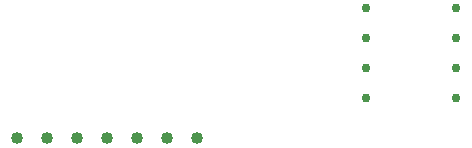
<source format=gbr>
G04 PROTEUS GERBER X2 FILE*
%TF.GenerationSoftware,Labcenter,Proteus,8.5-SP0-Build22067*%
%TF.CreationDate,2018-05-26T17:21:35+00:00*%
%TF.FileFunction,Plated,1,16,PTH*%
%TF.FilePolarity,Positive*%
%TF.Part,Single*%
%FSLAX45Y45*%
%MOMM*%
G01*
%TA.AperFunction,ComponentDrill*%
%ADD24C,0.762000*%
%ADD25C,1.016000*%
D24*
X+1051000Y+406000D03*
X+1051000Y+152000D03*
X+1051000Y-102000D03*
X+1051000Y-356000D03*
X+1813000Y-356000D03*
X+1813000Y-102000D03*
X+1813000Y+152000D03*
X+1813000Y+406000D03*
D25*
X-1903000Y-696000D03*
X-1649000Y-696000D03*
X-1395000Y-696000D03*
X-1141000Y-696000D03*
X-887000Y-696000D03*
X-633000Y-696000D03*
X-379000Y-696000D03*
M02*

</source>
